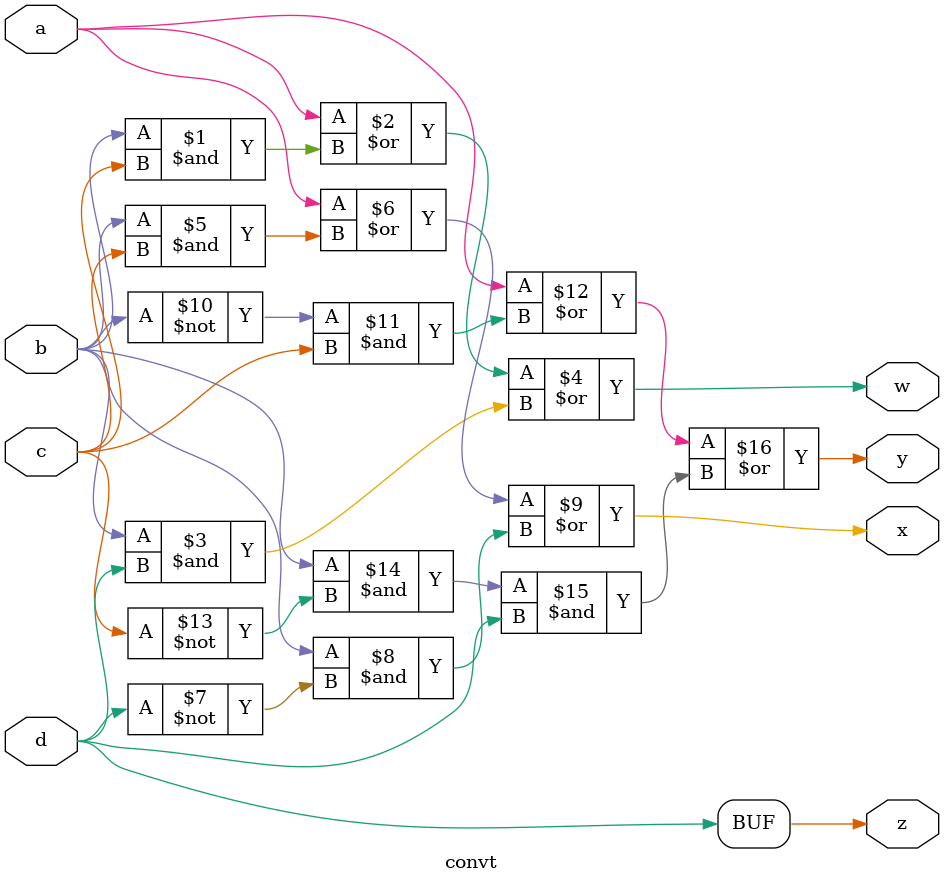
<source format=v>
`timescale 1ns / 1ps

module convt(
    input a,b,c,d,
    output x,y,z,w
    );
    assign w = a|(b&c)|(b&d);
    assign x = a|(b&c)|(b&~d);
    assign y = a|(~b&c)|(b&~c&d);
    assign z = d;
endmodule

</source>
